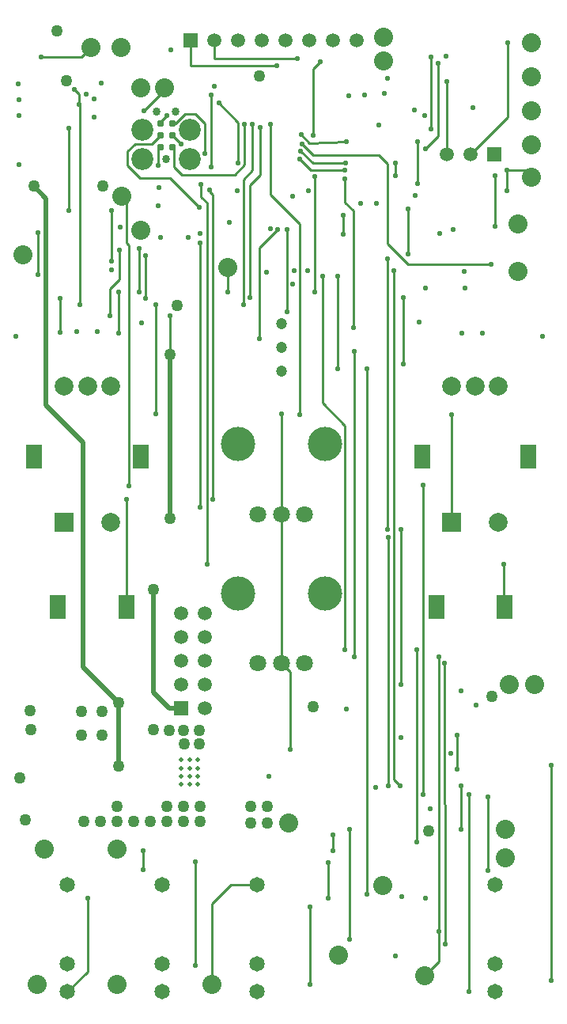
<source format=gbl>
G04*
G04 #@! TF.GenerationSoftware,Altium Limited,CircuitStudio,1.5.1 (13)*
G04*
G04 Layer_Physical_Order=4*
G04 Layer_Color=12500520*
%FSLAX44Y44*%
%MOMM*%
G71*
G01*
G75*
%ADD34C,0.2540*%
%ADD35C,0.5080*%
%ADD41C,3.6619*%
%ADD42C,1.8001*%
%ADD43C,1.6501*%
%ADD44C,1.5000*%
%ADD45R,1.5000X1.5000*%
%ADD46C,2.0320*%
%ADD47C,0.8636*%
%ADD48C,2.3368*%
%ADD49R,1.8000X2.6000*%
%ADD50R,2.0000X2.0000*%
%ADD51C,2.0000*%
%ADD52R,1.5000X1.5000*%
%ADD53C,1.2000*%
%ADD54C,1.2700*%
%ADD55C,0.5588*%
%ADD56C,0.5080*%
%ADD68C,0.7874*%
D34*
X421894Y1201928D02*
X428752Y1208786D01*
X421894Y1200150D02*
Y1201928D01*
X419354Y1155446D02*
Y1172210D01*
X421894Y1174750D01*
X290576Y1038352D02*
Y1083818D01*
X369824Y1053338D02*
Y1107440D01*
X378460Y1033780D02*
Y1065276D01*
X367792Y1023112D02*
X378460Y1033780D01*
X367792Y994410D02*
Y1023112D01*
X432562Y953008D02*
Y994410D01*
X381000Y1122934D02*
X386080Y1117854D01*
Y1072388D02*
Y1117854D01*
Y1072388D02*
X388112Y1070356D01*
X619760Y1115568D02*
X628396Y1106932D01*
X619760Y1115568D02*
Y1140968D01*
X426466Y1235710D02*
Y1238250D01*
X404622Y1213866D02*
X426466Y1235710D01*
X294640Y1271778D02*
X337820D01*
X347472Y1281430D01*
X840232Y283718D02*
Y514096D01*
X743458Y445516D02*
Y492096D01*
X432308Y1141984D02*
X463550Y1110742D01*
X400050Y1141984D02*
X432308D01*
X386842Y1155192D02*
X400050Y1141984D01*
X386842Y1155192D02*
Y1170432D01*
X394716Y1178306D01*
X703072Y482337D02*
Y813308D01*
X417391Y889323D02*
Y1006416D01*
X551502Y782483D02*
Y889323D01*
X696468Y432054D02*
Y637286D01*
X619760D02*
Y877316D01*
X595630Y901446D02*
X619760Y877316D01*
X595630Y901446D02*
Y1037082D01*
X672084Y498544D02*
X678532Y492096D01*
X672084Y498544D02*
Y1042670D01*
X629666Y630174D02*
Y956564D01*
X719888Y335736D02*
Y630174D01*
X726440Y622799D02*
X726596Y322736D01*
X772532Y401574D02*
Y479806D01*
X601218Y371602D02*
Y409702D01*
X582070Y278892D02*
Y362556D01*
X606552Y422656D02*
Y438912D01*
X403352Y402082D02*
Y422656D01*
X624722Y327778D02*
Y445516D01*
X459740Y299212D02*
Y410210D01*
X344424Y293139D02*
Y371602D01*
X322580Y271295D02*
X344424Y293139D01*
X477012Y279400D02*
Y366014D01*
X497294Y386296D01*
X525780D01*
X474472Y1127506D02*
Y1129538D01*
X465582Y1121664D02*
X471678Y1115568D01*
Y729234D02*
Y1115568D01*
X465582Y1121664D02*
Y1134872D01*
X394716Y1178306D02*
X412750D01*
X551502Y622799D02*
X560578Y613724D01*
Y530352D02*
Y613724D01*
X551502Y622799D02*
Y782483D01*
X665532Y491946D02*
Y757376D01*
X740000Y509426D02*
Y546198D01*
X686934Y1060704D02*
X687061Y1108710D01*
X705866Y1173534D02*
X719074Y1186742D01*
X728980Y1167384D02*
Y1245616D01*
X719074Y1186742D02*
Y1264666D01*
X712072Y1194164D02*
Y1271414D01*
X754380Y1167384D02*
X794114Y1207118D01*
Y1286654D01*
X412750Y1178306D02*
X421894Y1187450D01*
X454025Y1262253D02*
Y1288415D01*
Y1262253D02*
X546227D01*
X480060Y1270254D02*
Y1289050D01*
Y1270254D02*
X480314Y1270000D01*
X568706D01*
X617728Y1082294D02*
Y1102614D01*
X719888Y304090D02*
Y335736D01*
X704596Y288798D02*
X719888Y304090D01*
X789686Y684175D02*
Y729234D01*
X385420Y683260D02*
Y798424D01*
X752094Y482337D02*
X752117Y271295D01*
X323723Y1107440D02*
Y1195324D01*
X388112Y813054D02*
Y1070356D01*
X335280Y1220418D02*
Y1231392D01*
X330200Y1236472D02*
X335280Y1231392D01*
X335332Y1006348D02*
Y1220418D01*
X314452Y977138D02*
Y1013714D01*
X376870Y975802D02*
Y1020252D01*
X399288Y1020318D02*
Y1066800D01*
X734000Y774000D02*
Y889254D01*
X679196Y600456D02*
Y765810D01*
X664718D02*
Y1055506D01*
X681972Y943338D02*
Y1014222D01*
X643382Y375412D02*
Y938022D01*
X464820Y790194D02*
Y1072896D01*
X474472Y1127506D02*
X477774Y1124204D01*
Y798424D02*
Y1124204D01*
X405638Y1013714D02*
Y1058926D01*
X585216Y1258570D02*
X592836Y1266190D01*
X585216Y1187958D02*
Y1258570D01*
X697230Y1135888D02*
Y1180592D01*
X673862Y1144270D02*
Y1158240D01*
X686816Y1049782D02*
X776224D01*
X780406Y1090304D02*
Y1143372D01*
X780542Y1144270D01*
X792988Y1128522D02*
Y1150620D01*
X811530D01*
X818896Y1143254D01*
X571246Y1162050D02*
X582676Y1150620D01*
X619506D01*
X572262Y1171194D02*
X585216Y1158240D01*
X620014D01*
X572702Y1188534D02*
X581660Y1179576D01*
X621030Y1180592D01*
X611886Y938022D02*
Y1036828D01*
X511048Y1140460D02*
X520700Y1150112D01*
X511048Y1006856D02*
Y1140460D01*
X476370Y1153534D02*
Y1230884D01*
X520700Y1150112D02*
Y1199388D01*
X434594Y1187450D02*
X443992Y1178052D01*
X434594Y1200150D02*
X437896D01*
X469392Y1168534D02*
Y1200150D01*
X437896D02*
X448056Y1210310D01*
X459232D01*
X469392Y1200150D01*
X628396Y981964D02*
Y1106932D01*
X665226Y1071372D02*
X686816Y1049782D01*
X573532Y1178814D02*
X585724Y1166622D01*
X655574D01*
X665226Y1156970D01*
Y1071372D02*
Y1156970D01*
X434594Y1174750D02*
X436372Y1172972D01*
Y1153922D02*
Y1172972D01*
Y1153922D02*
X444754Y1145540D01*
X501650D01*
X512191Y1156081D01*
Y1199769D01*
X528854Y1145058D02*
Y1195832D01*
X518160Y1134364D02*
X528854Y1145058D01*
X518160Y1014222D02*
Y1134364D01*
X571246Y889254D02*
Y1092962D01*
X539877Y1124331D02*
X571246Y1092962D01*
X539877Y1124331D02*
Y1199769D01*
X528066Y970026D02*
Y1067562D01*
X547370Y1086866D01*
X505460Y1157986D02*
Y1201674D01*
X484632Y1222502D02*
X505460Y1201674D01*
X587274Y1020318D02*
Y1143534D01*
X493776Y1020318D02*
Y1046480D01*
X557530Y998982D02*
Y1086866D01*
D35*
X286512Y1133218D02*
X299720Y1120010D01*
Y898652D02*
Y1120010D01*
Y898652D02*
X339090Y859282D01*
Y618744D02*
Y859282D01*
X432562Y778002D02*
Y953008D01*
X377444Y512572D02*
Y580390D01*
X339090Y618744D02*
X377444Y580390D01*
X414784Y591564D02*
Y701800D01*
Y591564D02*
X431292Y575056D01*
X443992D01*
D41*
X598002Y857485D02*
D03*
X505000D02*
D03*
X598002Y697800D02*
D03*
X505000D02*
D03*
D42*
X576501Y782483D02*
D03*
X551502D02*
D03*
X526501D02*
D03*
X576501Y622799D02*
D03*
X551502D02*
D03*
X526501D02*
D03*
D43*
X322580Y271295D02*
D03*
Y301295D02*
D03*
Y386296D02*
D03*
X525780Y271295D02*
D03*
Y301295D02*
D03*
Y386296D02*
D03*
X424180Y271295D02*
D03*
Y301295D02*
D03*
Y386296D02*
D03*
X780420Y271295D02*
D03*
Y301295D02*
D03*
Y386296D02*
D03*
D44*
X728980Y1167384D02*
D03*
X754380D02*
D03*
X632460Y1289050D02*
D03*
X607060D02*
D03*
X581660D02*
D03*
X556260D02*
D03*
X530860D02*
D03*
X505460D02*
D03*
X480060D02*
D03*
X469392Y575056D02*
D03*
X443992Y600456D02*
D03*
X469392D02*
D03*
X443992Y625856D02*
D03*
X469392D02*
D03*
X443992Y651256D02*
D03*
X469392D02*
D03*
X443992Y676656D02*
D03*
X469392D02*
D03*
D45*
X779780Y1167384D02*
D03*
X454660Y1289050D02*
D03*
D46*
X791464Y445516D02*
D03*
X400558Y1086104D02*
D03*
X381000Y1122934D02*
D03*
X493776Y1046480D02*
D03*
X375666Y424180D02*
D03*
X659892Y385318D02*
D03*
X795528Y600456D02*
D03*
X660908Y1292860D02*
D03*
X426466Y1238250D02*
D03*
X401320D02*
D03*
X818896Y1250696D02*
D03*
X660908Y1267460D02*
D03*
X818896Y1214374D02*
D03*
Y1287018D02*
D03*
X791464Y414782D02*
D03*
X822452Y600456D02*
D03*
X477012Y279400D02*
D03*
X297688Y424180D02*
D03*
X375158Y279400D02*
D03*
X289814D02*
D03*
X559562Y452374D02*
D03*
X347472Y1281430D02*
D03*
X275082Y1060196D02*
D03*
X379730Y1281430D02*
D03*
X612394Y310642D02*
D03*
X818896Y1177544D02*
D03*
Y1143254D02*
D03*
X804672Y1093216D02*
D03*
Y1041908D02*
D03*
X704596Y288798D02*
D03*
D47*
X428244Y1162050D02*
D03*
X438404Y1212850D02*
D03*
X418084D02*
D03*
D48*
X402844Y1162050D02*
D03*
X453644D02*
D03*
Y1193800D02*
D03*
X402844D02*
D03*
D49*
X287000Y844000D02*
D03*
X401000D02*
D03*
X702000D02*
D03*
X816000D02*
D03*
X717601Y683260D02*
D03*
X790601D02*
D03*
X312420D02*
D03*
X385420D02*
D03*
D50*
X319000Y774000D02*
D03*
X734000D02*
D03*
D51*
X369000D02*
D03*
X319000Y919000D02*
D03*
X344000D02*
D03*
X369000D02*
D03*
X784000Y774000D02*
D03*
X734000Y919000D02*
D03*
X759000D02*
D03*
X784000D02*
D03*
D52*
X443992Y575056D02*
D03*
D53*
X551502Y986282D02*
D03*
Y935482D02*
D03*
Y960882D02*
D03*
D54*
X277622Y455168D02*
D03*
X286512Y1133218D02*
D03*
X360296D02*
D03*
X528320Y1250950D02*
D03*
X321056Y1246378D02*
D03*
X311556Y1299870D02*
D03*
X440016Y1005928D02*
D03*
X585812Y576414D02*
D03*
X777104Y587248D02*
D03*
X709168Y443738D02*
D03*
X283210Y551688D02*
D03*
X282702Y572262D02*
D03*
X271272Y499872D02*
D03*
X432562Y778002D02*
D03*
Y953008D02*
D03*
X464820Y453390D02*
D03*
Y469900D02*
D03*
X447040Y550926D02*
D03*
X463550Y536956D02*
D03*
X447294D02*
D03*
X518414Y469646D02*
D03*
X536194Y452120D02*
D03*
X518414D02*
D03*
X411480Y453390D02*
D03*
X429260D02*
D03*
Y469900D02*
D03*
X447040D02*
D03*
Y453390D02*
D03*
X337566Y571500D02*
D03*
X359410D02*
D03*
X431038Y550926D02*
D03*
X393700Y453390D02*
D03*
X340360D02*
D03*
X358140D02*
D03*
X375920D02*
D03*
X463550Y550926D02*
D03*
X414782Y551688D02*
D03*
X375920Y469900D02*
D03*
X359410Y545846D02*
D03*
X337566D02*
D03*
X536194Y469646D02*
D03*
X377444Y512572D02*
D03*
Y580390D02*
D03*
X414784Y701800D02*
D03*
D55*
X428752Y1208786D02*
D03*
X419354Y1155446D02*
D03*
X290576Y1038352D02*
D03*
Y1083818D02*
D03*
X369824Y1107440D02*
D03*
X367792Y994410D02*
D03*
X432562D02*
D03*
X378460Y1065276D02*
D03*
X369824Y1053338D02*
D03*
X369942Y1043568D02*
D03*
X378578Y1089524D02*
D03*
X695062Y1123306D02*
D03*
X720716Y1082920D02*
D03*
X735330Y1087374D02*
D03*
X628396Y981964D02*
D03*
X619760Y1140968D02*
D03*
X623198Y1230512D02*
D03*
X744916Y975802D02*
D03*
X766963Y975751D02*
D03*
X830816Y972838D02*
D03*
X699008Y987806D02*
D03*
X705494Y1024772D02*
D03*
X747894Y1024772D02*
D03*
X270764Y1208786D02*
D03*
Y1156716D02*
D03*
X710810Y467224D02*
D03*
X705612Y371602D02*
D03*
X680720Y372872D02*
D03*
X563854Y1122960D02*
D03*
X495418Y1094350D02*
D03*
X464820Y1083056D02*
D03*
X656082Y1198626D02*
D03*
X661806Y1232544D02*
D03*
X694182Y1215136D02*
D03*
X704850Y1209294D02*
D03*
X756412Y1217676D02*
D03*
X727456Y1272032D02*
D03*
X479416Y1240672D02*
D03*
X433460Y1279516D02*
D03*
X294640Y1271778D02*
D03*
X270510Y1225550D02*
D03*
X269748Y1242822D02*
D03*
X358902Y1243330D02*
D03*
X419608Y1112774D02*
D03*
X420116Y1132078D02*
D03*
X422130Y1078720D02*
D03*
X401574Y986790D02*
D03*
X354417Y977813D02*
D03*
X331963Y977377D02*
D03*
X267480Y972584D02*
D03*
X743458Y593344D02*
D03*
X752094Y482337D02*
D03*
X703072D02*
D03*
X733044Y526698D02*
D03*
X679098Y543208D02*
D03*
X620776Y574040D02*
D03*
X652780Y489966D02*
D03*
X673862Y309880D02*
D03*
X640198Y1231002D02*
D03*
X697230Y1135888D02*
D03*
Y1180592D02*
D03*
X673862Y1158240D02*
D03*
X743458Y445516D02*
D03*
X840232Y283718D02*
D03*
Y514096D02*
D03*
X743458Y492096D02*
D03*
X703072Y813308D02*
D03*
X388112Y813054D02*
D03*
X323723Y1107440D02*
D03*
X335332Y1006348D02*
D03*
X417391Y1006416D02*
D03*
Y889323D02*
D03*
X551502D02*
D03*
X679196Y600456D02*
D03*
Y765810D02*
D03*
X664718D02*
D03*
Y1055506D02*
D03*
X643382Y938022D02*
D03*
Y375412D02*
D03*
X611886Y938022D02*
D03*
Y1036828D02*
D03*
X619760Y637286D02*
D03*
X696468D02*
D03*
Y432054D02*
D03*
X595630Y1037082D02*
D03*
X672084Y1042670D02*
D03*
X678532Y492096D02*
D03*
X493776Y1020318D02*
D03*
X681972Y1014222D02*
D03*
Y943338D02*
D03*
X518160Y1014222D02*
D03*
X629666Y630174D02*
D03*
Y956564D02*
D03*
X719888Y630174D02*
D03*
X734000Y889254D02*
D03*
X571246D02*
D03*
X726440Y622799D02*
D03*
X772532Y401574D02*
D03*
X601218Y409702D02*
D03*
Y371602D02*
D03*
X582070Y278892D02*
D03*
Y362556D02*
D03*
X606552Y438912D02*
D03*
Y422656D02*
D03*
X403352D02*
D03*
Y402082D02*
D03*
X624722Y327778D02*
D03*
Y445516D02*
D03*
X459740Y299212D02*
D03*
Y410210D02*
D03*
X344424Y371602D02*
D03*
X474472Y1129538D02*
D03*
X465582Y1134872D02*
D03*
X463550Y1110742D02*
D03*
X539496Y1088136D02*
D03*
X528066Y970026D02*
D03*
X557530Y998982D02*
D03*
X547370Y1086866D02*
D03*
X557530D02*
D03*
X560578Y530352D02*
D03*
X665532Y757376D02*
D03*
Y491946D02*
D03*
X740000Y509426D02*
D03*
Y546198D02*
D03*
X476370Y1230884D02*
D03*
X469392Y1168534D02*
D03*
X476370Y1153534D02*
D03*
X686934Y1060704D02*
D03*
X443992Y1178052D02*
D03*
X705866Y1173534D02*
D03*
X712072Y1194164D02*
D03*
X728980Y1245616D02*
D03*
X719074Y1264666D02*
D03*
X712072Y1271414D02*
D03*
X794114Y1286654D02*
D03*
X546227Y1262253D02*
D03*
X568706Y1270000D02*
D03*
X587274Y1143534D02*
D03*
X405638Y1058926D02*
D03*
Y1013714D02*
D03*
X314452D02*
D03*
Y977138D02*
D03*
X399288Y1066800D02*
D03*
X376870Y975802D02*
D03*
Y1020252D02*
D03*
X399354D02*
D03*
X464820Y1072896D02*
D03*
Y790194D02*
D03*
X587274Y1020318D02*
D03*
X572702Y1188534D02*
D03*
X573532Y1178814D02*
D03*
X572262Y1171194D02*
D03*
X571246Y1162050D02*
D03*
X792988Y1128522D02*
D03*
X719888Y335736D02*
D03*
X726596Y322736D02*
D03*
X780406Y1090304D02*
D03*
X780542Y1144270D02*
D03*
X585216Y1187958D02*
D03*
X592836Y1266190D02*
D03*
X619506Y1150620D02*
D03*
X620014Y1158240D02*
D03*
X621030Y1180592D02*
D03*
X673862Y1144270D02*
D03*
X776224Y1049782D02*
D03*
X471678Y729234D02*
D03*
X789686D02*
D03*
X385420Y798424D02*
D03*
X477774D02*
D03*
X752117Y271295D02*
D03*
X335280Y1220418D02*
D03*
X323723Y1195324D02*
D03*
X350774Y1226918D02*
D03*
X351126Y1207418D02*
D03*
X342646Y1231900D02*
D03*
X330200Y1236472D02*
D03*
X579374Y1043178D02*
D03*
X564896Y1042670D02*
D03*
X760104Y578476D02*
D03*
X665226Y1248664D02*
D03*
X687070Y1108710D02*
D03*
X636406Y1115060D02*
D03*
X538226Y501650D02*
D03*
X563880Y1028192D02*
D03*
X747150Y1041772D02*
D03*
X772532Y479806D02*
D03*
X792988Y1150620D02*
D03*
X511048Y1006856D02*
D03*
X451630Y1078756D02*
D03*
X535178Y1041146D02*
D03*
X504190Y1128522D02*
D03*
X539877Y1199769D02*
D03*
X528854Y1195832D02*
D03*
X512191Y1199769D02*
D03*
X520700Y1199388D02*
D03*
X617728Y1082294D02*
D03*
Y1102614D02*
D03*
X653406Y1115060D02*
D03*
X505460Y1157986D02*
D03*
X404622Y1213866D02*
D03*
X484632Y1222502D02*
D03*
X580656Y1128534D02*
D03*
D56*
X444500Y519430D02*
D03*
X462280D02*
D03*
Y510709D02*
D03*
Y501988D02*
D03*
Y493268D02*
D03*
X453390Y519430D02*
D03*
Y510709D02*
D03*
Y501988D02*
D03*
Y493268D02*
D03*
X444500Y510709D02*
D03*
Y501988D02*
D03*
Y493268D02*
D03*
D68*
X434594Y1187450D02*
D03*
X421894Y1200150D02*
D03*
X434594D02*
D03*
X421894Y1187450D02*
D03*
X434594Y1174750D02*
D03*
X421894D02*
D03*
M02*

</source>
